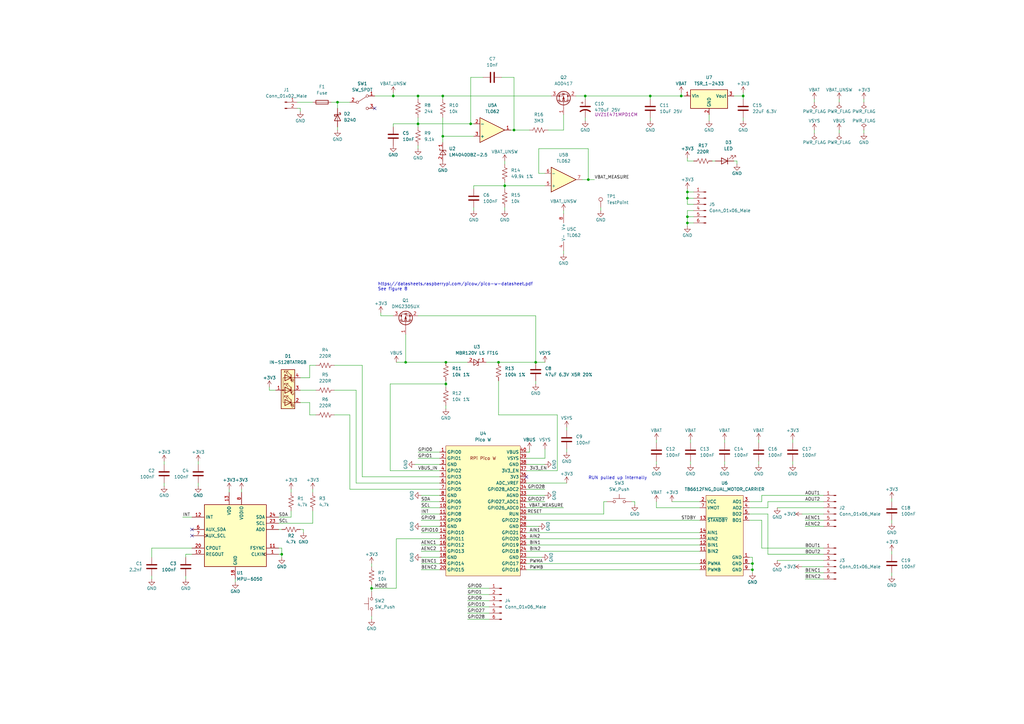
<source format=kicad_sch>
(kicad_sch (version 20211123) (generator eeschema)
  (paper "A3")
  (title_block (title "Pico-Bot") (date "2022-10-18") (rev "v1.0"))
  (junction (at 240.03 39.37))
  (junction (at 182.88 148.59))
  (junction (at 281.94 91.44))
  (junction (at 308.61 233.68))
  (junction (at 161.29 39.37))
  (junction (at 181.61 55.88))
  (junction (at 308.61 231.14))
  (junction (at 166.37 148.59))
  (junction (at 207.01 76.2))
  (junction (at 171.45 39.37))
  (junction (at 281.94 81.28))
  (junction (at 181.61 39.37))
  (junction (at 182.88 157.48))
  (junction (at 204.47 148.59))
  (junction (at 210.82 53.34))
  (junction (at 241.3 73.66))
  (junction (at 279.4 39.37))
  (junction (at 193.04 50.8))
  (junction (at 219.71 148.59))
  (junction (at 266.7 39.37))
  (junction (at 138.43 41.91))
  (junction (at 304.8 39.37))
  (junction (at 115.57 227.33))
  (junction (at 171.45 50.8))
  (junction (at 281.94 88.9))
  (junction (at 281.94 78.74))
  (junction (at 152.4 241.3))
  (no_connect (at 153.67 44.45))
  (no_connect (at 215.9 195.58))
  (no_connect (at 78.74 219.71))
  (no_connect (at 78.74 217.17))
  (wire (pts (xy 314.96 205.74) (xy 337.82 205.74)))
  (wire (pts (xy 162.56 220.98) (xy 162.56 241.3)))
  (wire (pts (xy 283.21 180.34) (xy 283.21 181.61)))
  (wire (pts (xy 231.14 102.87) (xy 231.14 104.14)))
  (wire (pts (xy 162.56 148.59) (xy 166.37 148.59)))
  (wire (pts (xy 194.31 76.2) (xy 207.01 76.2)))
  (wire (pts (xy 205.74 31.75) (xy 210.82 31.75)))
  (wire (pts (xy 99.06 200.66) (xy 99.06 201.93)))
  (wire (pts (xy 223.52 71.12) (xy 220.98 71.12)))
  (wire (pts (xy 123.19 165.1) (xy 127 165.1)))
  (wire (pts (xy 210.82 53.34) (xy 217.17 53.34)))
  (wire (pts (xy 269.24 205.74) (xy 269.24 208.28)))
  (wire (pts (xy 127 170.18) (xy 129.54 170.18)))
  (wire (pts (xy 308.61 233.68) (xy 308.61 234.95)))
  (wire (pts (xy 304.8 39.37) (xy 304.8 40.64)))
  (wire (pts (xy 220.98 60.96) (xy 241.3 60.96)))
  (wire (pts (xy 115.57 224.79) (xy 115.57 227.33)))
  (wire (pts (xy 240.03 39.37) (xy 266.7 39.37)))
  (wire (pts (xy 269.24 180.34) (xy 269.24 181.61)))
  (wire (pts (xy 228.6 193.04) (xy 228.6 170.18)))
  (wire (pts (xy 281.94 91.44) (xy 281.94 92.71)))
  (wire (pts (xy 148.59 195.58) (xy 180.34 195.58)))
  (wire (pts (xy 330.2 237.49) (xy 337.82 237.49)))
  (wire (pts (xy 302.26 66.04) (xy 302.26 67.31)))
  (wire (pts (xy 215.9 231.14) (xy 287.02 231.14)))
  (wire (pts (xy 312.42 205.74) (xy 312.42 203.2)))
  (wire (pts (xy 67.31 189.23) (xy 67.31 190.5)))
  (wire (pts (xy 172.72 205.74) (xy 180.34 205.74)))
  (wire (pts (xy 180.34 198.12) (xy 146.05 198.12)))
  (wire (pts (xy 199.39 148.59) (xy 204.47 148.59)))
  (wire (pts (xy 181.61 39.37) (xy 171.45 39.37)))
  (wire (pts (xy 76.2 236.22) (xy 76.2 237.49)))
  (wire (pts (xy 137.16 149.86) (xy 148.59 149.86)))
  (wire (pts (xy 215.9 185.42) (xy 217.17 185.42)))
  (wire (pts (xy 308.61 228.6) (xy 308.61 231.14)))
  (wire (pts (xy 300.99 39.37) (xy 304.8 39.37)))
  (wire (pts (xy 215.9 208.28) (xy 231.14 208.28)))
  (wire (pts (xy 266.7 39.37) (xy 279.4 39.37)))
  (wire (pts (xy 365.76 226.06) (xy 365.76 227.33)))
  (wire (pts (xy 171.45 59.69) (xy 171.45 60.96)))
  (wire (pts (xy 171.45 48.26) (xy 171.45 50.8)))
  (wire (pts (xy 172.72 218.44) (xy 180.34 218.44)))
  (wire (pts (xy 114.3 214.63) (xy 128.27 214.63)))
  (wire (pts (xy 156.21 129.54) (xy 161.29 129.54)))
  (wire (pts (xy 170.18 190.5) (xy 180.34 190.5)))
  (wire (pts (xy 172.72 213.36) (xy 180.34 213.36)))
  (wire (pts (xy 215.9 213.36) (xy 287.02 213.36)))
  (wire (pts (xy 191.77 243.84) (xy 200.66 243.84)))
  (wire (pts (xy 172.72 210.82) (xy 180.34 210.82)))
  (wire (pts (xy 121.92 41.91) (xy 128.27 41.91)))
  (wire (pts (xy 152.4 241.3) (xy 152.4 242.57)))
  (wire (pts (xy 172.72 203.2) (xy 180.34 203.2)))
  (wire (pts (xy 171.45 187.96) (xy 180.34 187.96)))
  (wire (pts (xy 138.43 52.07) (xy 138.43 53.34)))
  (wire (pts (xy 314.96 205.74) (xy 314.96 208.28)))
  (wire (pts (xy 284.48 86.36) (xy 281.94 86.36)))
  (wire (pts (xy 217.17 185.42) (xy 217.17 184.15)))
  (wire (pts (xy 334.01 40.64) (xy 334.01 41.91)))
  (wire (pts (xy 260.35 205.74) (xy 260.35 207.01)))
  (wire (pts (xy 128.27 200.66) (xy 128.27 201.93)))
  (wire (pts (xy 215.9 198.12) (xy 232.41 198.12)))
  (wire (pts (xy 236.22 39.37) (xy 240.03 39.37)))
  (wire (pts (xy 182.88 148.59) (xy 191.77 148.59)))
  (wire (pts (xy 161.29 39.37) (xy 171.45 39.37)))
  (wire (pts (xy 344.17 40.64) (xy 344.17 41.91)))
  (wire (pts (xy 171.45 50.8) (xy 193.04 50.8)))
  (wire (pts (xy 300.99 66.04) (xy 302.26 66.04)))
  (wire (pts (xy 241.3 73.66) (xy 243.84 73.66)))
  (wire (pts (xy 307.34 210.82) (xy 314.96 210.82)))
  (wire (pts (xy 152.4 252.73) (xy 152.4 254)))
  (wire (pts (xy 365.76 234.95) (xy 365.76 236.22)))
  (wire (pts (xy 219.71 148.59) (xy 223.52 148.59)))
  (wire (pts (xy 312.42 203.2) (xy 337.82 203.2)))
  (wire (pts (xy 146.05 198.12) (xy 146.05 160.02)))
  (wire (pts (xy 96.52 237.49) (xy 96.52 238.76)))
  (wire (pts (xy 127 165.1) (xy 127 170.18)))
  (wire (pts (xy 115.57 227.33) (xy 115.57 228.6)))
  (wire (pts (xy 198.12 31.75) (xy 193.04 31.75)))
  (wire (pts (xy 191.77 251.46) (xy 200.66 251.46)))
  (wire (pts (xy 171.45 50.8) (xy 171.45 52.07)))
  (wire (pts (xy 207.01 76.2) (xy 223.52 76.2)))
  (wire (pts (xy 246.38 85.09) (xy 246.38 86.36)))
  (wire (pts (xy 281.94 81.28) (xy 281.94 78.74)))
  (wire (pts (xy 114.3 217.17) (xy 115.57 217.17)))
  (wire (pts (xy 138.43 41.91) (xy 143.51 41.91)))
  (wire (pts (xy 210.82 53.34) (xy 209.55 53.34)))
  (wire (pts (xy 207.01 66.04) (xy 207.01 67.31)))
  (wire (pts (xy 311.15 189.23) (xy 311.15 190.5)))
  (wire (pts (xy 181.61 40.64) (xy 181.61 39.37)))
  (wire (pts (xy 307.34 213.36) (xy 312.42 213.36)))
  (wire (pts (xy 62.23 224.79) (xy 78.74 224.79)))
  (wire (pts (xy 269.24 189.23) (xy 269.24 190.5)))
  (wire (pts (xy 81.28 189.23) (xy 81.28 190.5)))
  (wire (pts (xy 123.19 217.17) (xy 124.46 217.17)))
  (wire (pts (xy 121.92 44.45) (xy 123.19 44.45)))
  (wire (pts (xy 314.96 208.28) (xy 307.34 208.28)))
  (wire (pts (xy 135.89 41.91) (xy 138.43 41.91)))
  (wire (pts (xy 148.59 149.86) (xy 148.59 195.58)))
  (wire (pts (xy 191.77 246.38) (xy 200.66 246.38)))
  (wire (pts (xy 330.2 213.36) (xy 337.82 213.36)))
  (wire (pts (xy 334.01 53.34) (xy 334.01 54.61)))
  (wire (pts (xy 215.9 210.82) (xy 247.65 210.82)))
  (wire (pts (xy 266.7 48.26) (xy 266.7 49.53)))
  (wire (pts (xy 312.42 224.79) (xy 337.82 224.79)))
  (wire (pts (xy 171.45 39.37) (xy 171.45 40.64)))
  (wire (pts (xy 181.61 48.26) (xy 181.61 55.88)))
  (wire (pts (xy 215.9 223.52) (xy 287.02 223.52)))
  (wire (pts (xy 76.2 228.6) (xy 76.2 227.33)))
  (wire (pts (xy 215.9 193.04) (xy 228.6 193.04)))
  (wire (pts (xy 172.72 231.14) (xy 180.34 231.14)))
  (wire (pts (xy 180.34 220.98) (xy 162.56 220.98)))
  (wire (pts (xy 161.29 50.8) (xy 171.45 50.8)))
  (wire (pts (xy 146.05 160.02) (xy 137.16 160.02)))
  (wire (pts (xy 284.48 81.28) (xy 281.94 81.28)))
  (wire (pts (xy 304.8 38.1) (xy 304.8 39.37)))
  (wire (pts (xy 207.01 76.2) (xy 207.01 77.47)))
  (wire (pts (xy 215.9 203.2) (xy 223.52 203.2)))
  (wire (pts (xy 232.41 184.15) (xy 232.41 185.42)))
  (wire (pts (xy 162.56 241.3) (xy 152.4 241.3)))
  (wire (pts (xy 365.76 213.36) (xy 365.76 214.63)))
  (wire (pts (xy 318.77 229.87) (xy 337.82 229.87)))
  (wire (pts (xy 275.59 205.74) (xy 287.02 205.74)))
  (wire (pts (xy 137.16 170.18) (xy 143.51 170.18)))
  (wire (pts (xy 231.14 86.36) (xy 231.14 87.63)))
  (wire (pts (xy 171.45 129.54) (xy 219.71 129.54)))
  (wire (pts (xy 354.33 53.34) (xy 354.33 54.61)))
  (wire (pts (xy 318.77 208.28) (xy 337.82 208.28)))
  (wire (pts (xy 166.37 148.59) (xy 182.88 148.59)))
  (wire (pts (xy 297.18 189.23) (xy 297.18 190.5)))
  (wire (pts (xy 281.94 86.36) (xy 281.94 88.9)))
  (wire (pts (xy 247.65 205.74) (xy 248.92 205.74)))
  (wire (pts (xy 283.21 189.23) (xy 283.21 190.5)))
  (wire (pts (xy 241.3 60.96) (xy 241.3 73.66)))
  (wire (pts (xy 269.24 208.28) (xy 287.02 208.28)))
  (wire (pts (xy 204.47 148.59) (xy 219.71 148.59)))
  (wire (pts (xy 292.1 66.04) (xy 293.37 66.04)))
  (wire (pts (xy 228.6 170.18) (xy 204.47 170.18)))
  (wire (pts (xy 224.79 53.34) (xy 231.14 53.34)))
  (wire (pts (xy 172.72 226.06) (xy 180.34 226.06)))
  (wire (pts (xy 325.12 189.23) (xy 325.12 190.5)))
  (wire (pts (xy 365.76 204.47) (xy 365.76 205.74)))
  (wire (pts (xy 156.21 129.54) (xy 156.21 128.27)))
  (wire (pts (xy 74.93 212.09) (xy 78.74 212.09)))
  (wire (pts (xy 138.43 41.91) (xy 138.43 44.45)))
  (wire (pts (xy 330.2 234.95) (xy 337.82 234.95)))
  (wire (pts (xy 219.71 129.54) (xy 219.71 148.59)))
  (wire (pts (xy 153.67 39.37) (xy 161.29 39.37)))
  (wire (pts (xy 266.7 40.64) (xy 266.7 39.37)))
  (wire (pts (xy 215.9 218.44) (xy 287.02 218.44)))
  (wire (pts (xy 181.61 55.88) (xy 194.31 55.88)))
  (wire (pts (xy 182.88 156.21) (xy 182.88 157.48)))
  (wire (pts (xy 123.19 154.94) (xy 127 154.94)))
  (wire (pts (xy 114.3 224.79) (xy 115.57 224.79)))
  (wire (pts (xy 215.9 226.06) (xy 287.02 226.06)))
  (wire (pts (xy 160.02 157.48) (xy 182.88 157.48)))
  (wire (pts (xy 127 149.86) (xy 129.54 149.86)))
  (wire (pts (xy 281.94 88.9) (xy 281.94 91.44)))
  (wire (pts (xy 215.9 190.5) (xy 223.52 190.5)))
  (wire (pts (xy 307.34 231.14) (xy 308.61 231.14)))
  (wire (pts (xy 241.3 73.66) (xy 238.76 73.66)))
  (wire (pts (xy 172.72 233.68) (xy 180.34 233.68)))
  (wire (pts (xy 193.04 31.75) (xy 193.04 50.8)))
  (wire (pts (xy 152.4 231.14) (xy 152.4 232.41)))
  (wire (pts (xy 297.18 180.34) (xy 297.18 181.61)))
  (wire (pts (xy 215.9 228.6) (xy 222.25 228.6)))
  (wire (pts (xy 182.88 166.37) (xy 182.88 167.64)))
  (wire (pts (xy 119.38 200.66) (xy 119.38 201.93)))
  (wire (pts (xy 76.2 227.33) (xy 78.74 227.33)))
  (wire (pts (xy 62.23 236.22) (xy 62.23 237.49)))
  (wire (pts (xy 328.93 232.41) (xy 337.82 232.41)))
  (wire (pts (xy 304.8 48.26) (xy 304.8 49.53)))
  (wire (pts (xy 215.9 187.96) (xy 223.52 187.96)))
  (wire (pts (xy 194.31 85.09) (xy 194.31 86.36)))
  (wire (pts (xy 152.4 240.03) (xy 152.4 241.3)))
  (wire (pts (xy 223.52 187.96) (xy 223.52 184.15)))
  (wire (pts (xy 308.61 231.14) (xy 308.61 233.68)))
  (wire (pts (xy 281.94 91.44) (xy 284.48 91.44)))
  (wire (pts (xy 311.15 180.34) (xy 311.15 181.61)))
  (wire (pts (xy 191.77 241.3) (xy 200.66 241.3)))
  (wire (pts (xy 172.72 228.6) (xy 180.34 228.6)))
  (wire (pts (xy 172.72 215.9) (xy 180.34 215.9)))
  (wire (pts (xy 220.98 71.12) (xy 220.98 60.96)))
  (wire (pts (xy 191.77 248.92) (xy 200.66 248.92)))
  (wire (pts (xy 314.96 227.33) (xy 337.82 227.33)))
  (wire (pts (xy 114.3 212.09) (xy 119.38 212.09)))
  (wire (pts (xy 113.03 160.02) (xy 110.49 160.02)))
  (wire (pts (xy 160.02 157.48) (xy 160.02 193.04)))
  (wire (pts (xy 240.03 39.37) (xy 240.03 40.64)))
  (wire (pts (xy 281.94 78.74) (xy 281.94 77.47)))
  (wire (pts (xy 344.17 53.34) (xy 344.17 54.61)))
  (wire (pts (xy 307.34 233.68) (xy 308.61 233.68)))
  (wire (pts (xy 207.01 85.09) (xy 207.01 86.36)))
  (wire (pts (xy 193.04 50.8) (xy 194.31 50.8)))
  (wire (pts (xy 330.2 215.9) (xy 337.82 215.9)))
  (wire (pts (xy 161.29 38.1) (xy 161.29 39.37)))
  (wire (pts (xy 284.48 83.82) (xy 281.94 83.82)))
  (wire (pts (xy 307.34 228.6) (xy 308.61 228.6)))
  (wire (pts (xy 194.31 77.47) (xy 194.31 76.2)))
  (wire (pts (xy 181.61 39.37) (xy 226.06 39.37)))
  (wire (pts (xy 215.9 233.68) (xy 287.02 233.68)))
  (wire (pts (xy 215.9 200.66) (xy 223.52 200.66)))
  (wire (pts (xy 240.03 48.26) (xy 240.03 49.53)))
  (wire (pts (xy 123.19 160.02) (xy 129.54 160.02)))
  (wire (pts (xy 215.9 220.98) (xy 287.02 220.98)))
  (wire (pts (xy 143.51 200.66) (xy 180.34 200.66)))
  (wire (pts (xy 279.4 38.1) (xy 279.4 39.37)))
  (wire (pts (xy 281.94 66.04) (xy 284.48 66.04)))
  (wire (pts (xy 172.72 208.28) (xy 180.34 208.28)))
  (wire (pts (xy 207.01 74.93) (xy 207.01 76.2)))
  (wire (pts (xy 181.61 55.88) (xy 181.61 58.42)))
  (wire (pts (xy 215.9 205.74) (xy 223.52 205.74)))
  (wire (pts (xy 281.94 64.77) (xy 281.94 66.04)))
  (wire (pts (xy 124.46 217.17) (xy 124.46 218.44)))
  (wire (pts (xy 182.88 157.48) (xy 182.88 158.75)))
  (wire (pts (xy 67.31 198.12) (xy 67.31 199.39)))
  (wire (pts (xy 247.65 210.82) (xy 247.65 205.74)))
  (wire (pts (xy 232.41 175.26) (xy 232.41 176.53)))
  (wire (pts (xy 307.34 205.74) (xy 312.42 205.74)))
  (wire (pts (xy 191.77 254) (xy 200.66 254)))
  (wire (pts (xy 93.98 200.66) (xy 93.98 201.93)))
  (wire (pts (xy 160.02 193.04) (xy 180.34 193.04)))
  (wire (pts (xy 128.27 214.63) (xy 128.27 209.55)))
  (wire (pts (xy 110.49 160.02) (xy 110.49 158.75)))
  (wire (pts (xy 281.94 83.82) (xy 281.94 81.28)))
  (wire (pts (xy 259.08 205.74) (xy 260.35 205.74)))
  (wire (pts (xy 312.42 213.36) (xy 312.42 224.79)))
  (wire (pts (xy 290.83 46.99) (xy 290.83 49.53)))
  (wire (pts (xy 210.82 31.75) (xy 210.82 53.34)))
  (wire (pts (xy 354.33 40.64) (xy 354.33 41.91)))
  (wire (pts (xy 215.9 215.9) (xy 220.98 215.9)))
  (wire (pts (xy 166.37 137.16) (xy 166.37 148.59)))
  (wire (pts (xy 231.14 53.34) (xy 231.14 46.99)))
  (wire (pts (xy 81.28 198.12) (xy 81.28 199.39)))
  (wire (pts (xy 279.4 39.37) (xy 280.67 39.37)))
  (wire (pts (xy 161.29 52.07) (xy 161.29 50.8)))
  (wire (pts (xy 114.3 227.33) (xy 115.57 227.33)))
  (wire (pts (xy 284.48 88.9) (xy 281.94 88.9)))
  (wire (pts (xy 127 154.94) (xy 127 149.86)))
  (wire (pts (xy 123.19 44.45) (xy 123.19 45.72)))
  (wire (pts (xy 219.71 156.21) (xy 219.71 157.48)))
  (wire (pts (xy 204.47 170.18) (xy 204.47 156.21)))
  (wire (pts (xy 143.51 170.18) (xy 143.51 200.66)))
  (wire (pts (xy 62.23 228.6) (xy 62.23 224.79)))
  (wire (pts (xy 172.72 223.52) (xy 180.34 223.52)))
  (wire (pts (xy 328.93 210.82) (xy 337.82 210.82)))
  (wire (pts (xy 325.12 180.34) (xy 325.12 181.61)))
  (wire (pts (xy 171.45 185.42) (xy 180.34 185.42)))
  (wire (pts (xy 281.94 78.74) (xy 284.48 78.74)))
  (wire (pts (xy 119.38 212.09) (xy 119.38 209.55)))
  (wire (pts (xy 314.96 210.82) (xy 314.96 227.33)))
  (text "RUN pulled up internally" (at 265.43 196.85 180) (effects (font (size 1.27 1.27)) (justify right bottom)))
  (text "https://datasheets.raspberrypi.com/picow/pico-w-datasheet.pdf\nSee figure 8" (at 154.94 119.38 0) (effects (font (size 1.27 1.27)) (justify left bottom)))
  (label "AOUT2" (at 330.2 205.74 0))
  (label "SDA" (at 172.72 205.74 0))
  (label "GPIO28" (at 191.77 254 0))
  (label "PWMA" (at 217.17 231.14 0))
  (label "GPIO10" (at 191.77 248.92 0))
  (label "GPIO1" (at 171.45 187.96 0))
  (label "GPIO10" (at 172.72 218.44 0))
  (label "BOUT1" (at 330.2 224.79 0))
  (label "BENC2" (at 330.2 237.49 0))
  (label "AENC2" (at 330.2 215.9 0))
  (label "INT" (at 172.72 210.82 0))
  (label "GPIO27" (at 223.52 205.74 180))
  (label "VBUS_IN" (at 171.45 193.04 0))
  (label "STDBY" (at 279.4 213.36 0))
  (label "AENC1" (at 330.2 213.36 0))
  (label "SCL" (at 172.72 208.28 0))
  (label "SCL" (at 118.11 214.63 180))
  (label "AOUT1" (at 330.2 203.2 0))
  (label "GPIO0" (at 191.77 241.3 0))
  (label "GPIO28" (at 223.52 200.66 180))
  (label "PWMB" (at 217.17 233.68 0))
  (label "BIN1" (at 217.17 223.52 0))
  (label "RESET" (at 222.25 210.82 180))
  (label "BOUT2" (at 330.2 227.33 0))
  (label "BENC1" (at 330.2 234.95 0))
  (label "AENC2" (at 172.72 226.06 0))
  (label "BIN2" (at 217.17 226.06 0))
  (label "INT" (at 74.93 212.09 0))
  (label "AIN2" (at 217.17 220.98 0))
  (label "VBAT_MEASURE" (at 231.14 208.28 180))
  (label "SDA" (at 118.11 212.09 180))
  (label "BENC1" (at 172.72 231.14 0))
  (label "GPIO9" (at 191.77 246.38 0))
  (label "AENC1" (at 172.72 223.52 0))
  (label "VBAT_MEASURE" (at 243.84 73.66 0))
  (label "BENC2" (at 172.72 233.68 0))
  (label "3V3_EN" (at 217.17 193.04 0))
  (label "GPIO1" (at 191.77 243.84 0))
  (label "GPIO0" (at 171.45 185.42 0))
  (label "AIN1" (at 217.17 218.44 0))
  (label "GPIO27" (at 191.77 251.46 0))
  (label "GPIO9" (at 172.72 213.36 0))
  (label "MODE" (at 153.67 241.3 0))
  (symbol (lib_id "power:+3V3") (at 110.49 158.75 0) (unit 1)
    (property "Reference" "#PWR010" (effects hide))
    (property "Value" "+3V3" (at 110.49 154.94 0))
  )
  (symbol (lib_id "Device:C") (at 81.28 194.31 0) (mirror x) (unit 1)
    (property "Reference" "C4" (at 77.47 193.0399 0) (effects (justify right)))
    (property "Value" "100nF" (at 77.47 195.5799 0) (effects (justify right)))
    (property "Footprint" "Capacitor_SMD:C_0805_2012Metric_Pad1.18x1.45mm_HandSolder" (effects hide))
  )
  (symbol (lib_id "power:GND") (at 124.46 218.44 0) (mirror y) (unit 1)
    (property "Reference" "#PWR014" (effects hide))
    (property "Value" "GND" (at 124.46 222.25 0))
  )
  (symbol (lib_id "Switch:SW_SPDT") (at 148.59 41.91 0) (unit 1)
    (property "Reference" "SW1" (at 148.59 34.29 0))
    (property "Value" "SW_SPDT" (at 148.59 36.83 0))
    (property "Footprint" "pico-bot:1101M2S3CRE2" (effects hide))
  )
  (symbol (lib_id "power:GND") (at 297.18 190.5 0) (unit 1)
    (property "Reference" "#PWR060" (effects hide))
    (property "Value" "GND" (at 297.18 194.31 0))
  )
  (symbol (lib_id "Amplifier_Operational:TL062") (at 231.14 73.66 0) (mirror x) (unit 2)
    (property "Reference" "U5" (at 231.14 63.5 0))
    (property "Value" "TL062" (at 231.14 66.04 0))
    (property "Footprint" "Package_SO:SOIC-8-1EP_3.9x4.9mm_P1.27mm_EP2.29x3mm" (effects hide))
    (property "Datasheet" "http://www.ti.com/lit/ds/symlink/tl061.pdf" (effects hide))
  )
  (symbol (lib_id "power:PWR_FLAG") (at 354.33 53.34 0) (unit 1)
    (property "Reference" "#FLG06" (effects hide))
    (property "Value" "PWR_FLAG" (at 354.33 49.53 0))
  )
  (symbol (lib_id "power:GND") (at 222.25 228.6 90) (unit 1)
    (property "Reference" "#PWR037" (effects hide))
    (property "Value" "GND" (at 226.06 228.6 0))
  )
  (symbol (lib_id "power:GND") (at 96.52 238.76 0) (mirror y) (unit 1)
    (property "Reference" "#PWR08" (effects hide))
    (property "Value" "GND" (at 96.52 242.57 0))
  )
  (symbol (lib_id "Device:R_US") (at 171.45 55.88 180) (unit 1)
    (property "Reference" "R9" (at 173.99 54.6099 0) (effects (justify right)))
    (property "Value" "9.1k" (at 173.99 57.1499 0) (effects (justify right)))
    (property "Footprint" "Resistor_SMD:R_0805_2012Metric_Pad1.20x1.40mm_HandSolder" (effects hide))
  )
  (symbol (lib_id "Device:R_US") (at 181.61 44.45 180) (unit 1)
    (property "Reference" "R10" (at 184.15 43.1799 0) (effects (justify right)))
    (property "Value" "10k" (at 184.15 45.7199 0) (effects (justify right)))
    (property "Footprint" "Resistor_SMD:R_0805_2012Metric_Pad1.20x1.40mm_HandSolder" (effects hide))
  )
  (symbol (lib_id "Device:R_US") (at 182.88 152.4 180) (unit 1)
    (property "Reference" "R11" (at 185.42 151.1299 0) (effects (justify right)))
    (property "Value" "10k 1%" (at 185.42 153.6699 0) (effects (justify right)))
    (property "Footprint" "Resistor_SMD:R_0805_2012Metric_Pad1.20x1.40mm_HandSolder" (effects hide))
  )
  (symbol (lib_id "power:+3V3") (at 232.41 198.12 0) (unit 1)
    (property "Reference" "#PWR045" (effects hide))
    (property "Value" "+3V3" (at 232.41 194.31 0))
  )
  (symbol (lib_id "pico-bot:VBAT") (at 269.24 205.74 0) (unit 1)
    (property "Reference" "#PWR052" (effects hide))
    (property "Value" "VBAT" (at 269.24 201.93 0))
  )
  (symbol (lib_id "Device:LED") (at 297.18 66.04 180) (unit 1)
    (property "Reference" "D3" (at 298.7675 58.42 0))
    (property "Value" "LED" (at 298.7675 60.96 0))
    (property "Footprint" "LED_SMD:LED_0805_2012Metric_Pad1.15x1.40mm_HandSolder" (effects hide))
  )
  (symbol (lib_id "power:GND") (at 246.38 86.36 0) (unit 1)
    (property "Reference" "#PWR047" (effects hide))
    (property "Value" "GND" (at 246.38 90.17 0))
  )
  (symbol (lib_id "Reference_Voltage:LM4040DBZ-2.5") (at 181.61 62.23 90) (unit 1)
    (property "Reference" "U2" (at 184.15 60.9599 90) (effects (justify right)))
    (property "Value" "LM4040DBZ-2.5" (at 184.15 63.4999 90) (effects (justify right)))
    (property "Footprint" "Package_TO_SOT_SMD:SOT-23" (effects hide))
    (property "Datasheet" "http://www.ti.com/lit/ds/symlink/lm4040-n.pdf" (effects hide))
  )
  (symbol (lib_id "power:GND") (at 67.31 199.39 0) (mirror y) (unit 1)
    (property "Reference" "#PWR03" (effects hide))
    (property "Value" "GND" (at 67.31 203.2 0))
  )
  (symbol (lib_id "power:GND") (at 269.24 190.5 0) (unit 1)
    (property "Reference" "#PWR051" (effects hide))
    (property "Value" "GND" (at 269.24 194.31 0))
  )
  (symbol (lib_id "power:PWR_FLAG") (at 354.33 41.91 0) (mirror x) (unit 1)
    (property "Reference" "#FLG02" (effects hide))
    (property "Value" "PWR_FLAG" (at 354.33 45.72 0))
  )
  (symbol (lib_id "power:GND") (at 231.14 104.14 0) (unit 1)
    (property "Reference" "#PWR042" (effects hide))
    (property "Value" "GND" (at 231.14 107.95 0))
  )
  (symbol (lib_id "Device:LED_ABGR") (at 118.11 160.02 0) (mirror y) (unit 1)
    (property "Reference" "D1" (at 118.11 146.05 0))
    (property "Value" "IN-S128TATRGB" (at 118.11 148.59 0))
    (property "Footprint" "LED_SMD:LED_RGB_1210" (effects hide))
  )
  (symbol (lib_id "Regulator_Switching:TSR_1-2433") (at 290.83 41.91 0) (unit 1)
    (property "Reference" "U7" (at 290.83 31.75 0))
    (property "Value" "TSR_1-2433" (at 290.83 34.29 0))
    (property "Footprint" "Converter_DCDC:Converter_DCDC_TRACO_TSR-1_THT" (effects hide))
    (property "Datasheet" "http://www.tracopower.com/products/tsr1.pdf" (effects hide))
  )
  (symbol (lib_id "Device:R_US") (at 288.29 66.04 90) (unit 1)
    (property "Reference" "R17" (at 288.29 59.69 90))
    (property "Value" "220R" (at 288.29 62.23 90))
    (property "Footprint" "Resistor_SMD:R_0805_2012Metric_Pad1.20x1.40mm_HandSolder" (effects hide))
  )
  (symbol (lib_id "power:GND") (at 354.33 54.61 0) (unit 1)
    (property "Reference" "#PWR082" (effects hide))
    (property "Value" "GND" (at 354.33 58.42 0))
  )
  (symbol (lib_id "Device:R_US") (at 128.27 205.74 180) (unit 1)
    (property "Reference" "R3" (at 130.81 204.4699 0) (effects (justify right)))
    (property "Value" "4.7k" (at 130.81 207.0099 0) (effects (justify right)))
    (property "Footprint" "Resistor_SMD:R_0805_2012Metric_Pad1.20x1.40mm_HandSolder" (effects hide))
  )
  (symbol (lib_id "pico-bot:VBAT") (at 283.21 180.34 0) (unit 1)
    (property "Reference" "#PWR056" (effects hide))
    (property "Value" "VBAT" (at 283.21 176.53 0))
  )
  (symbol (lib_id "Connector:Conn_01x02_Male") (at 116.84 41.91 0) (unit 1)
    (property "Reference" "J1" (at 117.475 36.83 0))
    (property "Value" "Conn_01x02_Male" (at 117.475 39.37 0))
    (property "Footprint" "Connector_PinSocket_2.54mm:PinSocket_1x02_P2.54mm_Vertical" (effects hide))
  )
  (symbol (lib_id "power:GND") (at 115.57 228.6 0) (mirror y) (unit 1)
    (property "Reference" "#PWR011" (effects hide))
    (property "Value" "GND" (at 115.57 232.41 0))
  )
  (symbol (lib_id "Device:C") (at 161.29 55.88 180) (unit 1)
    (property "Reference" "C5" (at 165.1 54.6099 0) (effects (justify right)))
    (property "Value" "10nF" (at 165.1 57.1499 0) (effects (justify right)))
    (property "Footprint" "Capacitor_SMD:C_0805_2012Metric_Pad1.18x1.45mm_HandSolder" (effects hide))
  )
  (symbol (lib_id "Device:C") (at 297.18 185.42 180) (unit 1)
    (property "Reference" "C14" (at 300.99 184.1499 0) (effects (justify right)))
    (property "Value" "100nF" (at 300.99 186.6899 0) (effects (justify right)))
    (property "Footprint" "Capacitor_SMD:C_0805_2012Metric_Pad1.18x1.45mm_HandSolder" (effects hide))
  )
  (symbol (lib_id "Device:C") (at 304.8 44.45 180) (unit 1)
    (property "Reference" "C15" (at 308.61 43.1799 0) (effects (justify right)))
    (property "Value" "22uF 6.3V" (at 308.61 45.7199 0) (effects (justify right)))
    (property "Footprint" "Capacitor_SMD:C_0805_2012Metric_Pad1.18x1.45mm_HandSolder" (effects hide))
  )
  (symbol (lib_id "Switch:SW_Push") (at 254 205.74 0) (unit 1)
    (property "Reference" "SW3" (at 254 198.12 0))
    (property "Value" "SW_Push" (at 254 200.66 0))
    (property "Footprint" "Button_Switch_THT:SW_PUSH_6mm" (effects hide))
  )
  (symbol (lib_id "pico-bot:VSYS") (at 232.41 175.26 0) (unit 1)
    (property "Reference" "#PWR043" (effects hide))
    (property "Value" "VSYS" (at 232.41 171.45 0))
  )
  (symbol (lib_id "Device:R_US") (at 182.88 162.56 180) (unit 1)
    (property "Reference" "R12" (at 185.42 161.2899 0) (effects (justify right)))
    (property "Value" "10k 1%" (at 185.42 163.8299 0) (effects (justify right)))
    (property "Footprint" "Resistor_SMD:R_0805_2012Metric_Pad1.20x1.40mm_HandSolder" (effects hide))
  )
  (symbol (lib_id "Device:C") (at 283.21 185.42 180) (unit 1)
    (property "Reference" "C13" (at 287.02 184.1499 0) (effects (justify right)))
    (property "Value" "100nF" (at 287.02 186.6899 0) (effects (justify right)))
    (property "Footprint" "Capacitor_SMD:C_0805_2012Metric_Pad1.18x1.45mm_HandSolder" (effects hide))
  )
  (symbol (lib_id "power:GND") (at 283.21 190.5 0) (unit 1)
    (property "Reference" "#PWR057" (effects hide))
    (property "Value" "GND" (at 283.21 194.31 0))
  )
  (symbol (lib_id "power:GND") (at 325.12 190.5 0) (unit 1)
    (property "Reference" "#PWR070" (effects hide))
    (property "Value" "GND" (at 325.12 194.31 0))
  )
  (symbol (lib_id "power:VBUS") (at 217.17 184.15 0) (unit 1)
    (property "Reference" "#PWR033" (effects hide))
    (property "Value" "VBUS" (at 217.17 180.34 0))
  )
  (symbol (lib_id "power:GND") (at 81.28 199.39 0) (mirror y) (unit 1)
    (property "Reference" "#PWR06" (effects hide))
    (property "Value" "GND" (at 81.28 203.2 0))
  )
  (symbol (lib_id "power:GND") (at 240.03 49.53 0) (unit 1)
    (property "Reference" "#PWR046" (effects hide))
    (property "Value" "GND" (at 240.03 53.34 0))
  )
  (symbol (lib_id "power:+3V3") (at 328.93 210.82 90) (unit 1)
    (property "Reference" "#PWR071" (effects hide))
    (property "Value" "+3V3" (at 323.85 210.82 90))
  )
  (symbol (lib_id "pico-bot:VBAT_UNSW") (at 231.14 86.36 0) (unit 1)
    (property "Reference" "#PWR041" (effects hide))
    (property "Value" "VBAT_UNSW" (at 231.14 82.55 0))
  )
  (symbol (lib_id "power:GND") (at 266.7 49.53 0) (unit 1)
    (property "Reference" "#PWR049" (effects hide))
    (property "Value" "GND" (at 266.7 53.34 0))
  )
  (symbol (lib_id "power:GND") (at 304.8 49.53 0) (unit 1)
    (property "Reference" "#PWR063" (effects hide))
    (property "Value" "GND" (at 304.8 53.34 0))
  )
  (symbol (lib_id "pico-bot:VSYS") (at 334.01 53.34 0) (unit 1)
    (property "Reference" "#PWR079" (effects hide))
    (property "Value" "VSYS" (at 334.01 49.53 0))
  )
  (symbol (lib_id "power:+3V3") (at 119.38 200.66 0) (mirror y) (unit 1)
    (property "Reference" "#PWR012" (effects hide))
    (property "Value" "+3V3" (at 119.38 196.85 0))
  )
  (symbol (lib_id "power:GND") (at 318.77 229.87 0) (unit 1)
    (property "Reference" "#PWR068" (effects hide))
    (property "Value" "GND" (at 318.77 233.68 0))
  )
  (symbol (lib_id "Device:Fuse") (at 132.08 41.91 90) (unit 1)
    (property "Reference" "F1" (at 132.08 35.56 90))
    (property "Value" "Fuse" (at 132.08 38.1 90))
    (property "Footprint" "Fuse:Fuseholder_Littelfuse_Nano2_154x" (effects hide))
  )
  (symbol (lib_id "Device:C") (at 325.12 185.42 180) (unit 1)
    (property "Reference" "C17" (at 328.93 184.1499 0) (effects (justify right)))
    (property "Value" "100nF" (at 328.93 186.6899 0) (effects (justify right)))
    (property "Footprint" "Capacitor_SMD:C_0805_2012Metric_Pad1.18x1.45mm_HandSolder" (effects hide))
  )
  (symbol (lib_id "Connector:Conn_01x06_Male") (at 342.9 208.28 0) (mirror y) (unit 1)
    (property "Reference" "J2" (at 344.17 208.2799 0) (effects (justify right)))
    (property "Value" "Conn_01x06_Male" (at 344.17 210.8199 0) (effects (justify right)))
    (property "Footprint" "Connector_PinHeader_2.54mm:PinHeader_1x06_P2.54mm_Vertical" (effects hide))
  )
  (symbol (lib_id "Device:R_US") (at 207.01 81.28 180) (unit 1)
    (property "Reference" "R15" (at 209.55 80.0099 0) (effects (justify right)))
    (property "Value" "10k" (at 209.55 82.5499 0) (effects (justify right)))
    (property "Footprint" "Resistor_SMD:R_0805_2012Metric_Pad1.20x1.40mm_HandSolder" (effects hide))
  )
  (symbol (lib_id "Connector:Conn_01x06_Male") (at 289.56 83.82 0) (mirror y) (unit 1)
    (property "Reference" "J5" (at 290.83 83.8199 0) (effects (justify right)))
    (property "Value" "Conn_01x06_Male" (at 290.83 86.3599 0) (effects (justify right)))
    (property "Footprint" "Connector_PinHeader_2.54mm:PinHeader_2x03_P2.54mm_Vertical" (effects hide))
  )
  (symbol (lib_id "Device:C") (at 269.24 185.42 180) (unit 1)
    (property "Reference" "C12" (at 273.05 184.1499 0) (effects (justify right)))
    (property "Value" "100nF" (at 273.05 186.6899 0) (effects (justify right)))
    (property "Footprint" "Capacitor_SMD:C_0805_2012Metric_Pad1.18x1.45mm_HandSolder" (effects hide))
  )
  (symbol (lib_id "power:+3V3") (at 99.06 200.66 0) (mirror y) (unit 1)
    (property "Reference" "#PWR09" (effects hide))
    (property "Value" "+3V3" (at 99.06 196.85 0))
  )
  (symbol (lib_id "power:GND") (at 220.98 215.9 90) (unit 1)
    (property "Reference" "#PWR036" (effects hide))
    (property "Value" "GND" (at 224.79 215.9 0))
  )
  (symbol (lib_id "Device:C") (at 232.41 180.34 180) (unit 1)
    (property "Reference" "C9" (at 236.22 179.0699 0) (effects (justify right)))
    (property "Value" "100nF" (at 236.22 181.6099 0) (effects (justify right)))
    (property "Footprint" "Capacitor_SMD:C_0805_2012Metric_Pad1.18x1.45mm_HandSolder" (effects hide))
  )
  (symbol (lib_id "power:GND") (at 123.19 45.72 0) (unit 1)
    (property "Reference" "#PWR013" (effects hide))
    (property "Value" "GND" (at 123.19 49.53 0))
  )
  (symbol (lib_id "power:GND") (at 365.76 214.63 0) (unit 1)
    (property "Reference" "#PWR074" (effects hide))
    (property "Value" "GND" (at 365.76 218.44 0))
  )
  (symbol (lib_id "pico-bot:TB6612FNG_DUAL_MOTOR_CARRIER") (at 289.56 203.2 0) (unit 1)
    (property "Reference" "U6" (at 297.18 198.12 0))
    (property "Value" "TB6612FNG_DUAL_MOTOR_CARRIER" (at 297.18 200.66 0))
    (property "Footprint" "pico-bot:TB6612FNG-CARRIER" (effects hide))
  )
  (symbol (lib_id "power:GND") (at 152.4 254 0) (mirror y) (unit 1)
    (property "Reference" "#PWR018" (effects hide))
    (property "Value" "GND" (at 152.4 257.81 0))
  )
  (symbol (lib_id "Device:R_US") (at 133.35 160.02 90) (unit 1)
    (property "Reference" "R5" (at 133.35 153.67 90))
    (property "Value" "220R" (at 133.35 156.21 90))
    (property "Footprint" "Resistor_SMD:R_0805_2012Metric_Pad1.20x1.40mm_HandSolder" (effects hide))
  )
  (symbol (lib_id "power:GND") (at 172.72 203.2 270) (unit 1)
    (property "Reference" "#PWR026" (effects hide))
    (property "Value" "GND" (at 168.91 203.2 0))
  )
  (symbol (lib_id "pico-bot:VBAT") (at 334.01 40.64 0) (unit 1)
    (property "Reference" "#PWR077" (effects hide))
    (property "Value" "VBAT" (at 334.01 36.83 0))
  )
  (symbol (lib_id "power:+3V3") (at 325.12 180.34 0) (unit 1)
    (property "Reference" "#PWR069" (effects hide))
    (property "Value" "+3V3" (at 325.12 176.53 0))
  )
  (symbol (lib_id "Switch:SW_Push") (at 152.4 247.65 90) (unit 1)
    (property "Reference" "SW2" (at 153.67 246.3799 90) (effects (justify right)))
    (property "Value" "SW_Push" (at 153.67 248.9199 90) (effects (justify right)))
    (property "Footprint" "Button_Switch_THT:SW_PUSH_6mm" (effects hide))
  )
  (symbol (lib_id "power:+3V3") (at 275.59 205.74 0) (unit 1)
    (property "Reference" "#PWR053" (effects hide))
    (property "Value" "+3V3" (at 275.59 201.93 0))
  )
  (symbol (lib_id "power:PWR_FLAG") (at 344.17 41.91 0) (mirror x) (unit 1)
    (property "Reference" "#FLG05" (effects hide))
    (property "Value" "PWR_FLAG" (at 344.17 45.72 0))
  )
  (symbol (lib_id "Device:C") (at 365.76 209.55 180) (unit 1)
    (property "Reference" "C18" (at 369.57 208.2799 0) (effects (justify right)))
    (property "Value" "100nF" (at 369.57 210.8199 0) (effects (justify right)))
    (property "Footprint" "Capacitor_SMD:C_0805_2012Metric_Pad1.18x1.45mm_HandSolder" (effects hide))
  )
  (symbol (lib_id "Device:C") (at 76.2 232.41 0) (mirror x) (unit 1)
    (property "Reference" "C3" (at 72.39 231.1399 0) (effects (justify right)))
    (property "Value" "100nF" (at 72.39 233.6799 0) (effects (justify right)))
    (property "Footprint" "Capacitor_SMD:C_0805_2012Metric_Pad1.18x1.45mm_HandSolder" (effects hide))
  )
  (symbol (lib_id "Device:Q_PMOS_DGS") (at 166.37 132.08 90) (unit 1)
    (property "Reference" "Q1" (at 166.37 123.19 90))
    (property "Value" "DMG2305UX" (at 166.37 125.73 90))
    (property "Footprint" "Package_TO_SOT_SMD:SOT-23" (effects hide))
  )
  (symbol (lib_id "Amplifier_Operational:TL062") (at 233.68 95.25 0) (unit 3)
    (property "Reference" "U5" (at 232.41 93.9799 0) (effects (justify left)))
    (property "Value" "TL062" (at 232.41 96.5199 0) (effects (justify left)))
    (property "Footprint" "Package_SO:SOIC-8-1EP_3.9x4.9mm_P1.27mm_EP2.29x3mm" (effects hide))
    (property "Datasheet" "http://www.ti.com/lit/ds/symlink/tl061.pdf" (effects hide))
  )
  (symbol (lib_id "power:+3V3") (at 152.4 231.14 0) (unit 1)
    (property "Reference" "#PWR017" (effects hide))
    (property "Value" "+3V3" (at 152.4 227.33 0))
  )
  (symbol (lib_id "pico-bot:VBAT") (at 311.15 180.34 0) (unit 1)
    (property "Reference" "#PWR065" (effects hide))
    (property "Value" "VBAT" (at 311.15 176.53 0))
  )
  (symbol (lib_id "power:GND") (at 172.72 228.6 270) (unit 1)
    (property "Reference" "#PWR025" (effects hide))
    (property "Value" "GND" (at 168.91 228.6 0))
  )
  (symbol (lib_id "power:VBUS") (at 162.56 148.59 0) (unit 1)
    (property "Reference" "#PWR022" (effects hide))
    (property "Value" "VBUS" (at 162.56 144.78 0))
  )
  (symbol (lib_id "power:GND") (at 308.61 234.95 0) (unit 1)
    (property "Reference" "#PWR064" (effects hide))
    (property "Value" "GND" (at 308.61 238.76 0))
  )
  (symbol (lib_id "power:GND") (at 302.26 67.31 0) (unit 1)
    (property "Reference" "#PWR061" (effects hide))
    (property "Value" "GND" (at 302.26 71.12 0))
  )
  (symbol (lib_id "Device:C") (at 219.71 152.4 180) (unit 1)
    (property "Reference" "C8" (at 223.52 151.1299 0) (effects (justify right)))
    (property "Value" "47uF 6.3V X5R 20%" (at 223.52 153.6699 0) (effects (justify right)))
    (property "Footprint" "Capacitor_SMD:C_0805_2012Metric_Pad1.18x1.45mm_HandSolder" (effects hide))
  )
  (symbol (lib_id "power:+3V3") (at 328.93 232.41 90) (unit 1)
    (property "Reference" "#PWR072" (effects hide))
    (property "Value" "+3V3" (at 323.85 232.41 90))
  )
  (symbol (lib_id "pico-bot:VBAT") (at 279.4 38.1 0) (unit 1)
    (property "Reference" "#PWR054" (effects hide))
    (property "Value" "VBAT" (at 279.4 34.29 0))
  )
  (symbol (lib_id "power:+3V3") (at 304.8 38.1 0) (unit 1)
    (property "Reference" "#PWR062" (effects hide))
    (property "Value" "+3V3" (at 304.8 34.29 0))
  )
  (symbol (lib_id "Device:C") (at 194.31 81.28 180) (unit 1)
    (property "Reference" "C6" (at 198.12 80.0099 0) (effects (justify right)))
    (property "Value" "100nF" (at 198.12 82.5499 0) (effects (justify right)))
    (property "Footprint" "Capacitor_SMD:C_0805_2012Metric_Pad1.18x1.45mm_HandSolder" (effects hide))
  )
  (symbol (lib_id "power:GND") (at 138.43 53.34 0) (unit 1)
    (property "Reference" "#PWR016" (effects hide))
    (property "Value" "GND" (at 138.43 57.15 0))
  )
  (symbol (lib_id "power:+3V3") (at 156.21 128.27 0) (unit 1)
    (property "Reference" "#PWR019" (effects hide))
    (property "Value" "+3V3" (at 156.21 124.46 0))
  )
  (symbol (lib_id "power:GND") (at 232.41 185.42 0) (unit 1)
    (property "Reference" "#PWR044" (effects hide))
    (property "Value" "GND" (at 232.41 189.23 0))
  )
  (symbol (lib_id "Device:R_US") (at 119.38 205.74 180) (unit 1)
    (property "Reference" "R1" (at 121.92 204.4699 0) (effects (justify right)))
    (property "Value" "4.7k" (at 121.92 207.0099 0) (effects (justify right)))
    (property "Footprint" "Resistor_SMD:R_0805_2012Metric_Pad1.20x1.40mm_HandSolder" (effects hide))
  )
  (symbol (lib_id "power:GND") (at 76.2 237.49 0) (mirror y) (unit 1)
    (property "Reference" "#PWR04" (effects hide))
    (property "Value" "GND" (at 76.2 241.3 0))
  )
  (symbol (lib_id "Device:C_Polarized_US") (at 240.03 44.45 0) (unit 1)
    (property "Reference" "C10" (at 243.84 42.5449 0) (effects (justify left)))
    (property "Value" "470uF 25V" (at 243.84 45.0849 0) (effects (justify left)))
    (property "Footprint" "Capacitor_THT:CP_Radial_D10.0mm_P5.00mm" (effects hide))
    (property "PartNumber" "UVZ1E471MPD1CM" (at 243.84 46.99 0) (effects (justify left)))
  )
  (symbol (lib_id "power:+3V3") (at 93.98 200.66 0) (mirror y) (unit 1)
    (property "Reference" "#PWR07" (effects hide))
    (property "Value" "+3V3" (at 93.98 196.85 0))
  )
  (symbol (lib_id "pico-bot:VSYS") (at 223.52 184.15 0) (unit 1)
    (property "Reference" "#PWR039" (effects hide))
    (property "Value" "VSYS" (at 223.52 180.34 0))
  )
  (symbol (lib_id "Device:R_US") (at 119.38 217.17 270) (unit 1)
    (property "Reference" "R2" (at 119.38 219.71 90))
    (property "Value" "4.7k" (at 119.38 222.25 90))
    (property "Footprint" "Resistor_SMD:R_0805_2012Metric_Pad1.20x1.40mm_HandSolder" (effects hide))
  )
  (symbol (lib_id "pico-bot:VBAT") (at 297.18 180.34 0) (unit 1)
    (property "Reference" "#PWR059" (effects hide))
    (property "Value" "VBAT" (at 297.18 176.53 0))
  )
  (symbol (lib_id "Reference_Voltage:LM4040DBZ-2.5") (at 195.58 148.59 0) (unit 1)
    (property "Reference" "U3" (at 195.58 142.24 0))
    (property "Value" "MBR120V LS FT1G" (at 195.58 144.78 0))
    (property "Footprint" "Diode_SMD:D_SOD-123F" (effects hide))
    (property "Datasheet" "http://www.ti.com/lit/ds/symlink/lm4040-n.pdf" (effects hide))
  )
  (symbol (lib_id "Device:R_US") (at 220.98 53.34 90) (unit 1)
    (property "Reference" "R16" (at 220.98 46.99 90))
    (property "Value" "3M3" (at 220.98 49.53 90))
    (property "Footprint" "Resistor_SMD:R_0805_2012Metric_Pad1.20x1.40mm_HandSolder" (effects hide))
  )
  (symbol (lib_id "Connector:TestPoint") (at 246.38 85.09 0) (unit 1)
    (property "Reference" "TP1" (at 248.92 80.5179 0) (effects (justify left)))
    (property "Value" "TestPoint" (at 248.92 83.0579 0) (effects (justify left)))
    (property "Footprint" "Connector_PinHeader_2.54mm:PinHeader_1x01_P2.54mm_Vertical" (effects hide))
  )
  (symbol (lib_id "Device:C") (at 266.7 44.45 180) (unit 1)
    (property "Reference" "C11" (at 270.51 43.1799 0) (effects (justify right)))
    (property "Value" "10uF 25V" (at 270.51 45.7199 0) (effects (justify right)))
    (property "Footprint" "Capacitor_SMD:C_1206_3216Metric_Pad1.33x1.80mm_HandSolder" (effects hide))
  )
  (symbol (lib_id "Diode:B240") (at 138.43 48.26 270) (unit 1)
    (property "Reference" "D2" (at 140.97 46.6724 90) (effects (justify left)))
    (property "Value" "B240" (at 140.97 49.2124 90) (effects (justify left)))
    (property "Footprint" "Diode_SMD:D_SMB" (effects hide))
    (property "Datasheet" "http://www.jameco.com/Jameco/Products/ProdDS/1538777.pdf" (effects hide))
  )
  (symbol (lib_id "power:GND") (at 62.23 237.49 0) (mirror y) (unit 1)
    (property "Reference" "#PWR01" (effects hide))
    (property "Value" "GND" (at 62.23 241.3 0))
  )
  (symbol (lib_id "power:GND") (at 311.15 190.5 0) (unit 1)
    (property "Reference" "#PWR066" (effects hide))
    (property "Value" "GND" (at 311.15 194.31 0))
  )
  (symbol (lib_id "power:GND") (at 365.76 236.22 0) (unit 1)
    (property "Reference" "#PWR076" (effects hide))
    (property "Value" "GND" (at 365.76 240.03 0))
  )
  (symbol (lib_id "Device:R_US") (at 207.01 71.12 180) (unit 1)
    (property "Reference" "R14" (at 209.55 69.8499 0) (effects (justify right)))
    (property "Value" "49.9k 1%" (at 209.55 72.3899 0) (effects (justify right)))
    (property "Footprint" "Resistor_SMD:R_0805_2012Metric_Pad1.20x1.40mm_HandSolder" (effects hide))
  )
  (symbol (lib_id "Sensor_Motion:MPU-6050") (at 96.52 219.71 0) (mirror y) (unit 1)
    (property "Reference" "U1" (at 97.0406 234.95 0) (effects (justify right)))
    (property "Value" "MPU-6050" (at 97.0406 237.49 0) (effects (justify right)))
    (property "Footprint" "Sensor_Motion:InvenSense_QFN-24_4x4mm_P0.5mm" (effects hide))
    (property "Datasheet" "https://store.invensense.com/datasheets/invensense/MPU-6050_DataSheet_V3%204.pdf" (effects hide))
  )
  (symbol (lib_id "power:PWR_FLAG") (at 334.01 41.91 0) (mirror x) (unit 1)
    (property "Reference" "#FLG01" (effects hide))
    (property "Value" "PWR_FLAG" (at 334.01 45.72 0))
  )
  (symbol (lib_id "power:GND") (at 171.45 60.96 0) (unit 1)
    (property "Reference" "#PWR024" (effects hide))
    (property "Value" "GND" (at 171.45 64.77 0))
  )
  (symbol (lib_id "Device:R_US") (at 204.47 152.4 180) (unit 1)
    (property "Reference" "R13" (at 207.01 151.1299 0) (effects (justify right)))
    (property "Value" "100k 1%" (at 207.01 153.6699 0) (effects (justify right)))
    (property "Footprint" "Resistor_SMD:R_0805_2012Metric_Pad1.20x1.40mm_HandSolder" (effects hide))
  )
  (symbol (lib_id "power:GND") (at 170.18 190.5 270) (unit 1)
    (property "Reference" "#PWR023" (effects hide))
    (property "Value" "GND" (at 166.37 190.5 0))
  )
  (symbol (lib_id "pico-bot:Pico W") (at 198.12 209.55 0) (unit 1)
    (property "Reference" "U4" (at 198.12 177.8 0))
    (property "Value" "Pico W" (at 198.12 180.34 0))
    (property "Footprint" "pico-bot:RPi_Pico_SMD_TH" (effects hide))
  )
  (symbol (lib_id "power:GND") (at 172.72 215.9 270) (unit 1)
    (property "Reference" "#PWR027" (effects hide))
    (property "Value" "GND" (at 168.91 215.9 0))
  )
  (symbol (lib_id "power:GND") (at 182.88 167.64 0) (unit 1)
    (property "Reference" "#PWR029" (effects hide))
    (property "Value" "GND" (at 182.88 171.45 0))
  )
  (symbol (lib_id "power:PWR_FLAG") (at 334.01 54.61 0) (mirror x) (unit 1)
    (property "Reference" "#FLG03" (effects hide))
    (property "Value" "PWR_FLAG" (at 334.01 58.42 0))
  )
  (symbol (lib_id "pico-bot:VBAT_UNSW") (at 207.01 66.04 0) (unit 1)
    (property "Reference" "#PWR031" (effects hide))
    (property "Value" "VBAT_UNSW" (at 207.01 62.23 0))
  )
  (symbol (lib_id "power:GND") (at 281.94 92.71 0) (unit 1)
    (property "Reference" "#PWR084" (effects hide))
    (property "Value" "GND" (at 281.94 96.52 0))
  )
  (symbol (lib_id "power:GND") (at 318.77 208.28 0) (unit 1)
    (property "Reference" "#PWR067" (effects hide))
    (property "Value" "GND" (at 318.77 212.09 0))
  )
  (symbol (lib_id "pico-bot:VBAT") (at 269.24 180.34 0) (unit 1)
    (property "Reference" "#PWR050" (effects hide))
    (property "Value" "VBAT" (at 269.24 176.53 0))
  )
  (symbol (lib_id "pico-bot:VBAT_UNSW") (at 161.29 38.1 0) (unit 1)
    (property "Reference" "#PWR020" (effects hide))
    (property "Value" "VBAT_UNSW" (at 161.29 34.29 0))
  )
  (symbol (lib_id "Device:R_US") (at 133.35 170.18 90) (unit 1)
    (property "Reference" "R6" (at 133.35 163.83 90))
    (property "Value" "220R" (at 133.35 166.37 90))
    (property "Footprint" "Resistor_SMD:R_0805_2012Metric_Pad1.20x1.40mm_HandSolder" (effects hide))
  )
  (symbol (lib_id "power:+3V3") (at 281.94 77.47 0) (unit 1)
    (property "Reference" "#PWR083" (effects hide))
    (property "Value" "+3V3" (at 281.94 73.66 0))
  )
  (symbol (lib_id "power:VBUS") (at 344.17 53.34 0) (unit 1)
    (property "Reference" "#PWR080" (effects hide))
    (property "Value" "VBUS" (at 344.17 49.53 0))
  )
  (symbol (lib_id "pico-bot:VBAT_UNSW") (at 344.17 40.64 0) (unit 1)
    (property "Reference" "#PWR081" (effects hide))
    (property "Value" "VBAT_UNSW" (at 344.17 36.83 0))
  )
  (symbol (lib_id "power:GND") (at 219.71 157.48 0) (unit 1)
    (property "Reference" "#PWR034" (effects hide))
    (property "Value" "GND" (at 219.71 161.29 0))
  )
  (symbol (lib_id "power:GND") (at 223.52 190.5 90) (unit 1)
    (property "Reference" "#PWR040" (effects hide))
    (property "Value" "GND" (at 227.33 190.5 0))
  )
  (symbol (lib_id "power:PWR_FLAG") (at 344.17 54.61 0) (mirror x) (unit 1)
    (property "Reference" "#FLG04" (effects hide))
    (property "Value" "PWR_FLAG" (at 344.17 58.42 0))
  )
  (symbol (lib_id "Device:R_US") (at 152.4 236.22 180) (unit 1)
    (property "Reference" "R7" (at 154.94 234.9499 0) (effects (justify right)))
    (property "Value" "10k" (at 154.94 237.4899 0) (effects (justify right)))
    (property "Footprint" "Resistor_SMD:R_0805_2012Metric_Pad1.20x1.40mm_HandSolder" (effects hide))
  )
  (symbol (lib_id "power:+3V3") (at 354.33 40.64 0) (unit 1)
    (property "Reference" "#PWR078" (effects hide))
    (property "Value" "+3V3" (at 354.33 36.83 0))
  )
  (symbol (lib_id "Amplifier_Operational:TL062") (at 201.93 53.34 0) (mirror x) (unit 1)
    (property "Reference" "U5" (at 201.93 43.18 0))
    (property "Value" "TL062" (at 201.93 45.72 0))
    (property "Footprint" "Package_SO:SOIC-8-1EP_3.9x4.9mm_P1.27mm_EP2.29x3mm" (effects hide))
    (property "Datasheet" "http://www.ti.com/lit/ds/symlink/tl061.pdf" (effects hide))
  )
  (symbol (lib_id "Device:Q_PMOS_GDS") (at 231.14 41.91 270) (mirror x) (unit 1)
    (property "Reference" "Q2" (at 231.14 31.75 90))
    (property "Value" "AOD417" (at 231.14 34.29 90))
    (property "Footprint" "Package_TO_SOT_SMD:TO-252-2" (effects hide))
  )
  (symbol (lib_id "power:+3V3") (at 81.28 189.23 0) (mirror y) (unit 1)
    (property "Reference" "#PWR05" (effects hide))
    (property "Value" "+3V3" (at 81.28 185.42 0))
  )
  (symbol (lib_id "Connector:Conn_01x06_Male") (at 342.9 229.87 0) (mirror y) (unit 1)
    (property "Reference" "J3" (at 344.17 229.8699 0) (effects (justify right)))
    (property "Value" "Conn_01x06_Male" (at 344.17 232.4099 0) (effects (justify right)))
    (property "Footprint" "Connector_PinHeader_2.54mm:PinHeader_1x06_P2.54mm_Vertical" (effects hide))
  )
  (symbol (lib_id "Device:C") (at 311.15 185.42 180) (unit 1)
    (property "Reference" "C16" (at 314.96 184.1499 0) (effects (justify right)))
    (property "Value" "100nF" (at 314.96 186.6899 0) (effects (justify right)))
    (property "Footprint" "Capacitor_SMD:C_0805_2012Metric_Pad1.18x1.45mm_HandSolder" (effects hide))
  )
  (symbol (lib_id "power:GND") (at 181.61 66.04 0) (unit 1)
    (property "Reference" "#PWR028" (effects hide))
    (property "Value" "GND" (at 181.61 69.85 0))
  )
  (symbol (lib_id "power:GND") (at 223.52 203.2 90) (unit 1)
    (property "Reference" "#PWR035" (effects hide))
    (property "Value" "GND" (at 227.33 203.2 0))
  )
  (symbol (lib_id "Device:R_US") (at 133.35 149.86 90) (unit 1)
    (property "Reference" "R4" (at 133.35 143.51 90))
    (property "Value" "220R" (at 133.35 146.05 90))
    (property "Footprint" "Resistor_SMD:R_0805_2012Metric_Pad1.20x1.40mm_HandSolder" (effects hide))
  )
  (symbol (lib_id "power:GND") (at 207.01 86.36 0) (unit 1)
    (property "Reference" "#PWR032" (effects hide))
    (property "Value" "GND" (at 207.01 90.17 0))
  )
  (symbol (lib_id "power:GND") (at 260.35 207.01 0) (unit 1)
    (property "Reference" "#PWR048" (effects hide))
    (property "Value" "GND" (at 260.35 210.82 0))
  )
  (symbol (lib_id "Device:C") (at 201.93 31.75 90) (unit 1)
    (property "Reference" "C7" (at 201.93 24.13 90))
    (property "Value" "10nF" (at 201.93 26.67 90))
    (property "Footprint" "Capacitor_SMD:C_0805_2012Metric_Pad1.18x1.45mm_HandSolder" (effects hide))
  )
  (symbol (lib_id "power:+3V3") (at 365.76 226.06 0) (unit 1)
    (property "Reference" "#PWR075" (effects hide))
    (property "Value" "+3V3" (at 365.76 222.25 0))
  )
  (symbol (lib_id "Device:C") (at 62.23 232.41 0) (mirror x) (unit 1)
    (property "Reference" "C1" (at 58.42 231.1399 0) (effects (justify right)))
    (property "Value" "2.2nF" (at 58.42 233.6799 0) (effects (justify right)))
    (property "Footprint" "Capacitor_SMD:C_0805_2012Metric_Pad1.18x1.45mm_HandSolder" (effects hide))
  )
  (symbol (lib_id "power:+3V3") (at 365.76 204.47 0) (unit 1)
    (property "Reference" "#PWR073" (effects hide))
    (property "Value" "+3V3" (at 365.76 200.66 0))
  )
  (symbol (lib_id "pico-bot:VSYS") (at 223.52 148.59 0) (unit 1)
    (property "Reference" "#PWR038" (effects hide))
    (property "Value" "VSYS" (at 223.52 144.78 0))
  )
  (symbol (lib_id "Device:R_US") (at 171.45 44.45 180) (unit 1)
    (property "Reference" "R8" (at 173.99 43.1799 0) (effects (justify right)))
    (property "Value" "24k" (at 173.99 45.7199 0) (effects (justify right)))
    (property "Footprint" "Resistor_SMD:R_0805_2012Metric_Pad1.20x1.40mm_HandSolder" (effects hide))
  )
  (symbol (lib_id "power:GND") (at 290.83 49.53 0) (unit 1)
    (property "Reference" "#PWR058" (effects hide))
    (property "Value" "GND" (at 290.83 53.34 0))
  )
  (symbol (lib_id "power:+3V3") (at 281.94 64.77 0) (unit 1)
    (property "Reference" "#PWR055" (effects hide))
    (property "Value" "+3V3" (at 281.94 60.96 0))
  )
  (symbol (lib_id "Device:C") (at 365.76 231.14 180) (unit 1)
    (property "Reference" "C19" (at 369.57 229.8699 0) (effects (justify right)))
    (property "Value" "100nF" (at 369.57 232.4099 0) (effects (justify right)))
    (property "Footprint" "Capacitor_SMD:C_0805_2012Metric_Pad1.18x1.45mm_HandSolder" (effects hide))
  )
  (symbol (lib_id "Connector:Conn_01x06_Male") (at 205.74 246.38 0) (mirror y) (unit 1)
    (property "Reference" "J4" (at 207.01 246.3799 0) (effects (justify right)))
    (property "Value" "Conn_01x06_Male" (at 207.01 248.9199 0) (effects (justify right)))
    (property "Footprint" "Connector_PinHeader_2.54mm:PinHeader_2x03_P2.54mm_Vertical" (effects hide))
  )
  (symbol (lib_id "power:+3V3") (at 128.27 200.66 0) (mirror y) (unit 1)
    (property "Reference" "#PWR015" (effects hide))
    (property "Value" "+3V3" (at 128.27 196.85 0))
  )
  (symbol (lib_id "power:GND") (at 194.31 86.36 0) (unit 1)
    (property "Reference" "#PWR030" (effects hide))
    (property "Value" "GND" (at 194.31 90.17 0))
  )
  (symbol (lib_id "power:+3V3") (at 67.31 189.23 0) (mirror y) (unit 1)
    (property "Reference" "#PWR02" (effects hide))
    (property "Value" "+3V3" (at 67.31 185.42 0))
  )
  (symbol (lib_id "power:GND") (at 161.29 59.69 0) (unit 1)
    (property "Reference" "#PWR021" (effects hide))
    (property "Value" "GND" (at 161.29 63.5 0))
  )
  (symbol (lib_id "Device:C") (at 67.31 194.31 0) (mirror x) (unit 1)
    (property "Reference" "C2" (at 63.5 193.0399 0) (effects (justify right)))
    (property "Value" "100nF" (at 63.5 195.5799 0) (effects (justify right)))
    (property "Footprint" "Capacitor_SMD:C_0805_2012Metric_Pad1.18x1.45mm_HandSolder" (effects hide))
  )
)
</source>
